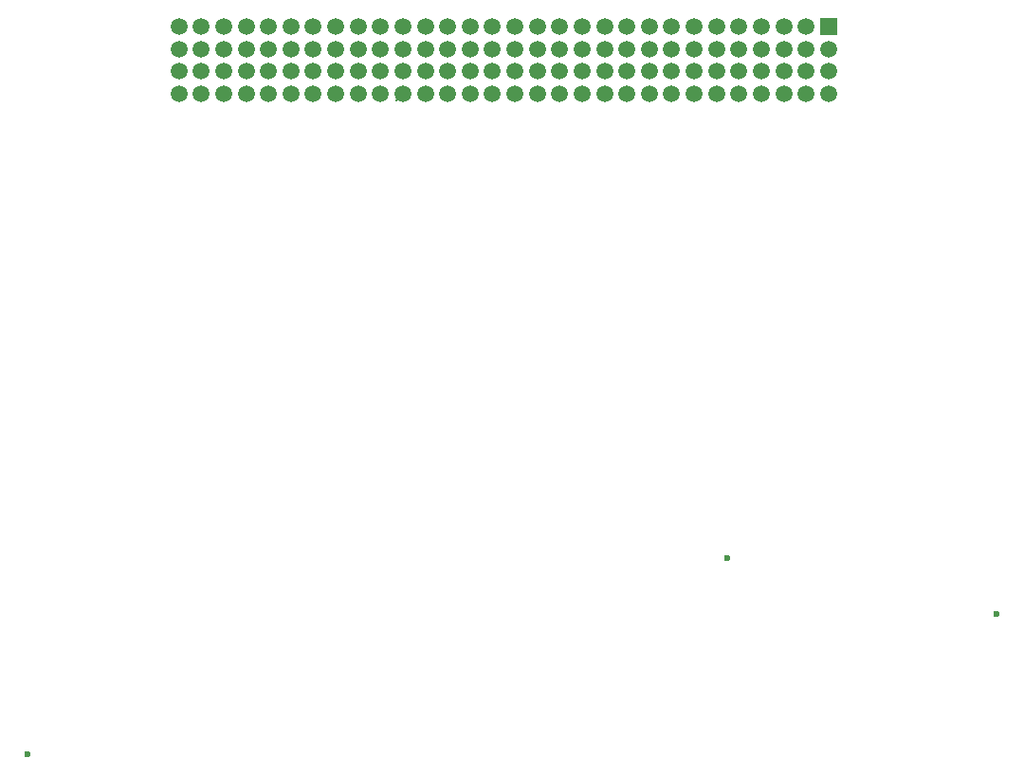
<source format=gbr>
%TF.GenerationSoftware,KiCad,Pcbnew,8.0.0*%
%TF.CreationDate,2025-01-17T03:21:33+02:00*%
%TF.ProjectId,diplomna_2024_bms_pcb_layout,6469706c-6f6d-46e6-915f-323032345f62,rev?*%
%TF.SameCoordinates,Original*%
%TF.FileFunction,Copper,L3,Inr*%
%TF.FilePolarity,Positive*%
%FSLAX46Y46*%
G04 Gerber Fmt 4.6, Leading zero omitted, Abs format (unit mm)*
G04 Created by KiCad (PCBNEW 8.0.0) date 2025-01-17 03:21:33*
%MOMM*%
%LPD*%
G01*
G04 APERTURE LIST*
%TA.AperFunction,ComponentPad*%
%ADD10R,1.500000X1.500000*%
%TD*%
%TA.AperFunction,ComponentPad*%
%ADD11C,1.500000*%
%TD*%
%TA.AperFunction,ViaPad*%
%ADD12C,0.600000*%
%TD*%
%TA.AperFunction,Conductor*%
%ADD13C,0.200000*%
%TD*%
G04 APERTURE END LIST*
D10*
%TO.N,GND*%
%TO.C,J\u002A\u002A*%
X251000000Y-53500000D03*
D11*
X249000000Y-53500000D03*
%TO.N,N/C*%
X247000000Y-53500000D03*
X245000000Y-53500000D03*
X243000000Y-53500000D03*
X241000000Y-53500000D03*
X239000000Y-53500000D03*
X237000000Y-53500000D03*
X235000000Y-53500000D03*
X233000000Y-53500000D03*
X231000000Y-53500000D03*
X229000000Y-53500000D03*
X227000000Y-53500000D03*
X225000000Y-53500000D03*
X223000000Y-53500000D03*
X221000000Y-53500000D03*
X219000000Y-53500000D03*
X217000000Y-53500000D03*
X215000000Y-53500000D03*
X213000000Y-53500000D03*
X211000000Y-53500000D03*
X209000000Y-53500000D03*
X207000000Y-53500000D03*
X205000000Y-53500000D03*
X203000000Y-53500000D03*
X201000000Y-53500000D03*
X199000000Y-53500000D03*
X197000000Y-53500000D03*
X195000000Y-53500000D03*
%TO.N,GND*%
X193000000Y-53500000D03*
X251000000Y-55500000D03*
%TO.N,N/C*%
X249000000Y-55500000D03*
X247000000Y-55500000D03*
X245000000Y-55500000D03*
X243000000Y-55500000D03*
X241000000Y-55500000D03*
X239000000Y-55500000D03*
X237000000Y-55500000D03*
X235000000Y-55500000D03*
X233000000Y-55500000D03*
X231000000Y-55500000D03*
X229000000Y-55500000D03*
X227000000Y-55500000D03*
X225000000Y-55500000D03*
X223000000Y-55500000D03*
X221000000Y-55500000D03*
X219000000Y-55500000D03*
X217000000Y-55500000D03*
X215000000Y-55500000D03*
X213000000Y-55500000D03*
X211000000Y-55500000D03*
X209000000Y-55500000D03*
X207000000Y-55500000D03*
X205000000Y-55500000D03*
X203000000Y-55500000D03*
X201000000Y-55500000D03*
X199000000Y-55500000D03*
X197000000Y-55500000D03*
X195000000Y-55500000D03*
X193000000Y-55500000D03*
%TO.N,VDD*%
X251000000Y-57500000D03*
%TO.N,N/C*%
X249000000Y-57500000D03*
X247000000Y-57500000D03*
X245000000Y-57500000D03*
X243000000Y-57500000D03*
X241000000Y-57500000D03*
X239000000Y-57500000D03*
X237000000Y-57500000D03*
X235000000Y-57500000D03*
X233000000Y-57500000D03*
X231000000Y-57500000D03*
X229000000Y-57500000D03*
X227000000Y-57500000D03*
X225000000Y-57500000D03*
X223000000Y-57500000D03*
X221000000Y-57500000D03*
X219000000Y-57500000D03*
X217000000Y-57500000D03*
X215000000Y-57500000D03*
X213000000Y-57500000D03*
X211000000Y-57500000D03*
X209000000Y-57500000D03*
X207000000Y-57500000D03*
X205000000Y-57500000D03*
X203000000Y-57500000D03*
X201000000Y-57500000D03*
X199000000Y-57500000D03*
X197000000Y-57500000D03*
X195000000Y-57500000D03*
X193000000Y-57500000D03*
%TO.N,VDD*%
X251000000Y-59500000D03*
%TO.N,N/C*%
X249000000Y-59500000D03*
X247000000Y-59500000D03*
X245000000Y-59500000D03*
X243000000Y-59500000D03*
X241000000Y-59500000D03*
X239000000Y-59500000D03*
X237000000Y-59500000D03*
X235000000Y-59500000D03*
X233000000Y-59500000D03*
X231000000Y-59500000D03*
X229000000Y-59500000D03*
X227000000Y-59500000D03*
X225000000Y-59500000D03*
X223000000Y-59500000D03*
X221000000Y-59500000D03*
X219000000Y-59500000D03*
X217000000Y-59500000D03*
X215000000Y-59500000D03*
X213000000Y-59500000D03*
X211000000Y-59500000D03*
X209000000Y-59500000D03*
X207000000Y-59500000D03*
X205000000Y-59500000D03*
X203000000Y-59500000D03*
X201000000Y-59500000D03*
X199000000Y-59500000D03*
X197000000Y-59500000D03*
X195000000Y-59500000D03*
X193000000Y-59500000D03*
%TD*%
D12*
%TO.N,GND*%
X266000000Y-106000000D03*
X179500000Y-118500000D03*
%TO.N,VDD*%
X242000000Y-101000000D03*
%TD*%
D13*
%TO.N,*%
X212400000Y-60100000D02*
X213000000Y-59500000D01*
%TD*%
M02*

</source>
